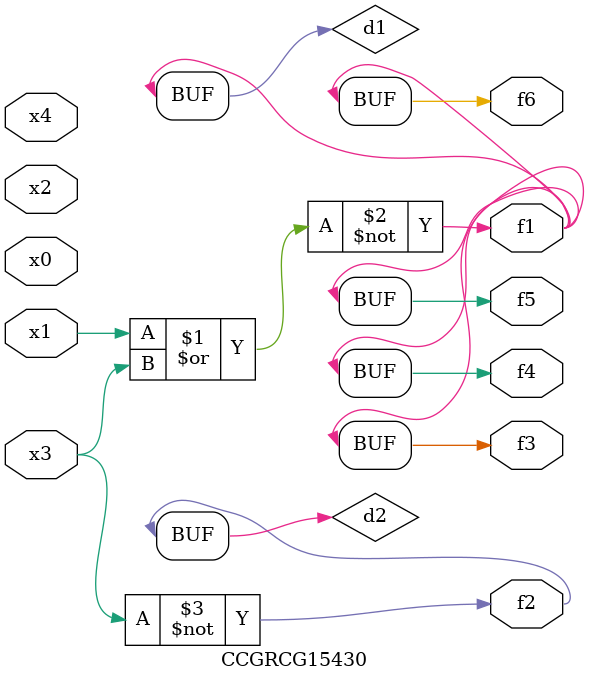
<source format=v>
module CCGRCG15430(
	input x0, x1, x2, x3, x4,
	output f1, f2, f3, f4, f5, f6
);

	wire d1, d2;

	nor (d1, x1, x3);
	not (d2, x3);
	assign f1 = d1;
	assign f2 = d2;
	assign f3 = d1;
	assign f4 = d1;
	assign f5 = d1;
	assign f6 = d1;
endmodule

</source>
